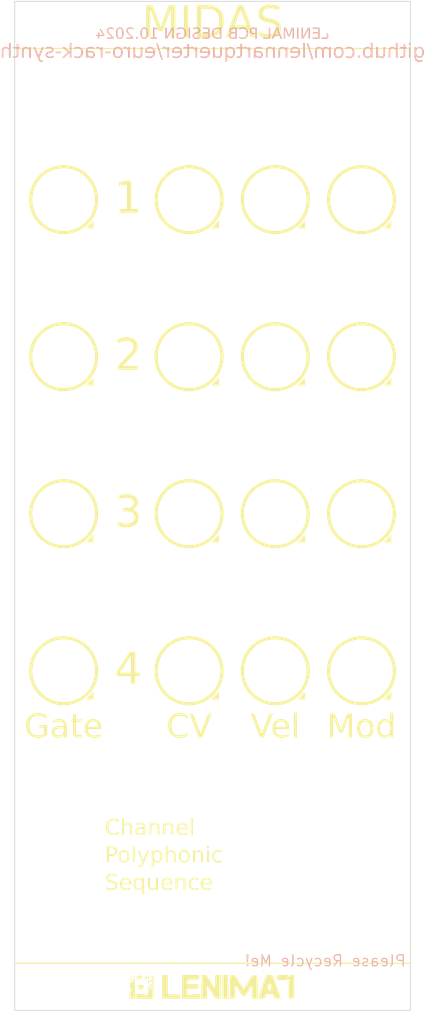
<source format=kicad_pcb>
(kicad_pcb (version 20240108) (generator "pcbnew") (generator_version "8.0")
  (layers (0 "F.Cu" signal) (31 "B.Cu" signal) (34 "B.Paste" user) (35 "F.Paste" user) (36 "B.SilkS" user "B.Silkscreen") (37 "F.SilkS" user "F.Silkscreen") (38 "B.Mask" user) (39 "F.Mask" user) (44 "Edge.Cuts" user))
  (net 0 "")
  (footprint "synth-gfx:jack-output" (layer "F.Cu") (at 83.25 95.25)
    (property "Reference" "REF**" (hide yes))
    (property "Value" "jack-output")
    (fp_circle (center 0 0) (end 4.2 0) (stroke (width 0.4)) (fill none) (layer "F.SilkS"))
    (fp_poly (pts (xy 3.740001 3.600001) (xy 3 3.6) (xy 3.74 2.81)) (stroke (width 0.15)) (fill solid) (layer "F.SilkS"))
    (pad "" np_thru_hole circle (at 0 0) (size 6.2 6.2) (drill 6.2) (layers "*.Cu" "*.Mask"))
  )
  (footprint "synth-gfx:jack-output" (layer "F.Cu") (at 83.25 115.25)
    (property "Reference" "REF**" (hide yes))
    (property "Value" "jack-output")
    (fp_circle (center 0 0) (end 4.2 0) (stroke (width 0.4)) (fill none) (layer "F.SilkS"))
    (fp_poly (pts (xy 3.740001 3.600001) (xy 3 3.6) (xy 3.74 2.81)) (stroke (width 0.15)) (fill solid) (layer "F.SilkS"))
    (pad "" np_thru_hole circle (at 0 0) (size 6.2 6.2) (drill 6.2) (layers "*.Cu" "*.Mask"))
  )
  (footprint "synth-gfx:jack-output" (layer "F.Cu") (at 56.25 95.25)
    (property "Reference" "REF**" (hide yes))
    (property "Value" "jack-output")
    (fp_circle (center 0 0) (end 4.2 0) (stroke (width 0.4)) (fill none) (layer "F.SilkS"))
    (fp_poly (pts (xy 3.740001 3.600001) (xy 3 3.6) (xy 3.74 2.81)) (stroke (width 0.15)) (fill solid) (layer "F.SilkS"))
    (pad "" np_thru_hole circle (at 0 0) (size 6.2 6.2) (drill 6.2) (layers "*.Cu" "*.Mask"))
  )
  (footprint "synth-gfx:jack-output" (layer "F.Cu") (at 72.25 115.25)
    (property "Reference" "REF**" (hide yes))
    (property "Value" "jack-output")
    (fp_circle (center 0 0) (end 4.2 0) (stroke (width 0.4)) (fill none) (layer "F.SilkS"))
    (fp_poly (pts (xy 3.740001 3.600001) (xy 3 3.6) (xy 3.74 2.81)) (stroke (width 0.15)) (fill solid) (layer "F.SilkS"))
    (pad "" np_thru_hole circle (at 0 0) (size 6.2 6.2) (drill 6.2) (layers "*.Cu" "*.Mask"))
  )
  (footprint "synth-gfx:mount" (layer "F.Cu") (at 57.5 175.5)
    (property "Reference" "REF**" (hide yes))
    (property "Value" "mount")
    (pad "" np_thru_hole oval (at 0 0) (size 7 3.2) (drill oval 7 3.2) (layers "*.Cu" "*.Mask"))
  )
  (footprint "synth-gfx:jack-output" (layer "F.Cu") (at 83.25 75.25)
    (property "Reference" "REF**" (hide yes))
    (property "Value" "jack-output")
    (fp_circle (center 0 0) (end 4.2 0) (stroke (width 0.4)) (fill none) (layer "F.SilkS"))
    (fp_poly (pts (xy 3.740001 3.600001) (xy 3 3.6) (xy 3.74 2.81)) (stroke (width 0.15)) (fill solid) (layer "F.SilkS"))
    (pad "" np_thru_hole circle (at 0 0) (size 6.2 6.2) (drill 6.2) (layers "*.Cu" "*.Mask"))
  )
  (footprint "synth-gfx:jack-output" (layer "F.Cu") (at 94.25 135.25)
    (property "Reference" "REF**" (hide yes))
    (property "Value" "jack-output")
    (fp_circle (center 0 0) (end 4.2 0) (stroke (width 0.4)) (fill none) (layer "F.SilkS"))
    (fp_poly (pts (xy 3.740001 3.600001) (xy 3 3.6) (xy 3.74 2.81)) (stroke (width 0.15)) (fill solid) (layer "F.SilkS"))
    (pad "" np_thru_hole circle (at 0 0) (size 6.2 6.2) (drill 6.2) (layers "*.Cu" "*.Mask"))
  )
  (footprint "synth-gfx:sw-spdt" (layer "F.Cu") (at 56.25 159)
    (property "Reference" "REF**" (hide yes))
    (property "Value" "sw-spdt")
    (pad "" np_thru_hole circle (at 0 0) (size 6.5 6.5) (drill 6.5) (layers "*.Cu" "*.Mask"))
  )
  (footprint "synth-gfx:jack-output" (layer "F.Cu") (at 94.25 115.25)
    (property "Reference" "REF**" (hide yes))
    (property "Value" "jack-output")
    (fp_circle (center 0 0) (end 4.2 0) (stroke (width 0.4)) (fill none) (layer "F.SilkS"))
    (fp_poly (pts (xy 3.740001 3.600001) (xy 3 3.6) (xy 3.74 2.81)) (stroke (width 0.15)) (fill solid) (layer "F.SilkS"))
    (pad "" np_thru_hole circle (at 0 0) (size 6.2 6.2) (drill 6.2) (layers "*.Cu" "*.Mask"))
  )
  (footprint "synth-gfx:mount" (layer "F.Cu") (at 93 175.5)
    (property "Reference" "REF**" (hide yes))
    (property "Value" "mount")
    (pad "" np_thru_hole oval (at 0 0) (size 7 3.2) (drill oval 7 3.2) (layers "*.Cu" "*.Mask"))
  )
  (footprint "synth-gfx:jack-output" (layer "F.Cu") (at 72.25 75.25)
    (property "Reference" "REF**" (hide yes))
    (property "Value" "jack-output")
    (fp_circle (center 0 0) (end 4.2 0) (stroke (width 0.4)) (fill none) (layer "F.SilkS"))
    (fp_poly (pts (xy 3.740001 3.600001) (xy 3 3.6) (xy 3.74 2.81)) (stroke (width 0.15)) (fill solid) (layer "F.SilkS"))
    (pad "" np_thru_hole circle (at 0 0) (size 6.2 6.2) (drill 6.2) (layers "*.Cu" "*.Mask"))
  )
  (footprint "synth-gfx:mount" (layer "F.Cu") (at 57.5 53)
    (property "Reference" "REF**" (hide yes))
    (property "Value" "mount")
    (pad "" np_thru_hole oval (at 0 0) (size 7 3.2) (drill oval 7 3.2) (layers "*.Cu" "*.Mask"))
  )
  (footprint "synth-gfx:jack-output" (layer "F.Cu") (at 94.25 95.25)
    (property "Reference" "REF**" (hide yes))
    (property "Value" "jack-output")
    (fp_circle (center 0 0) (end 4.2 0) (stroke (width 0.4)) (fill none) (layer "F.SilkS"))
    (fp_poly (pts (xy 3.740001 3.600001) (xy 3 3.6) (xy 3.74 2.81)) (stroke (width 0.15)) (fill solid) (layer "F.SilkS"))
    (pad "" np_thru_hole circle (at 0 0) (size 6.2 6.2) (drill 6.2) (layers "*.Cu" "*.Mask"))
  )
  (footprint "Synth:lenimal_logo_full" (layer "F.Cu") (at 75.25 175.5)
    (property "Reference" "G***" (hide yes))
    (property "Value" "LOGO" (hide yes))
    (fp_poly (pts (xy -8.636 -1.397) (xy -8.678333 -1.354667) (xy -8.720666 -1.397) (xy -8.678333 -1.439334)) (fill solid) (layer "F.SilkS"))
    (fp_poly (pts (xy -8.748889 -1.157112) (xy -8.760511 -1.106777) (xy -8.805333 -1.100667) (xy -8.875023 -1.131645) (xy -8.861778 -1.157112) (xy -8.761298 -1.167245)) (fill solid) (layer "F.SilkS"))
    (fp_poly (pts (xy -10.517552 -1.143) (xy -10.396178 -1.010911) (xy -10.377737 -0.994834) (xy -10.377001 -0.942025) (xy -10.442222 -0.931334) (xy -10.561153 -1.000279) (xy -10.582037 -1.0795) (xy -10.554882 -1.166111)) (fill solid) (layer "F.SilkS"))
    (fp_poly (pts (xy -10.343661 -1.393616) (xy -10.329333 -1.354667) (xy -10.39791 -1.279553) (xy -10.456333 -1.27) (xy -10.569005 -1.315718) (xy -10.583333 -1.354667) (xy -10.514757 -1.429782) (xy -10.456333 -1.439334)) (fill solid) (layer "F.SilkS"))
    (fp_poly (pts (xy -9.942124 -1.370556) (xy -9.934222 -1.312334) (xy -9.944052 -1.197278) (xy -9.997768 -1.221102) (xy -10.018889 -1.241778) (xy -10.073349 -1.357396) (xy -10.028887 -1.435592) (xy -10.004778 -1.439334)) (fill solid) (layer "F.SilkS"))
    (fp_poly (pts (xy 1.629834 -1.507702) (xy 1.989667 -1.481667) (xy 2.012787 0.021166) (xy 2.035907 1.524) (xy 1.652954 1.524) (xy 1.27 1.524) (xy 1.27 -0.004869) (xy 1.27 -1.533737)) (fill solid) (layer "F.SilkS"))
    (fp_poly (pts (xy -8.146247 -1.366046) (xy -8.110535 -1.189362) (xy -8.10994 -1.185334) (xy -8.103884 -1.008262) (xy -8.140759 -0.931429) (xy -8.142663 -0.931334) (xy -8.191831 -1.004965) (xy -8.212662 -1.182353) (xy -8.212666 -1.185334) (xy -8.203167 -1.363836) (xy -8.180288 -1.43932) (xy -8.179943 -1.439334)) (fill solid) (layer "F.SilkS"))
    (fp_poly (pts (xy -8.387902 -1.3509) (xy -8.382 -1.191381) (xy -8.392754 -1.028806) (xy -8.456481 -0.956341) (xy -8.620375 -0.941747) (xy -8.741833 -0.945567) (xy -9.101666 -0.959799) (xy -8.767847 -0.993984) (xy -8.562786 -1.030253) (xy -8.525469 -1.080156) (xy -8.548745 -1.099067) (xy -8.614684 -1.175557) (xy -8.549899 -1.282743) (xy -8.522731 -1.310698) (xy -8.425439 -1.392982)) (fill solid) (layer "F.SilkS"))
    (fp_poly (pts (xy -8.927164 -0.245029) (xy -8.8308 -0.189638) (xy -8.80609 -0.045108) (xy -8.805333 0.042333) (xy -8.815586 0.232065) (xy -8.878891 0.316382) (xy -9.044067 0.338004) (xy -9.144 0.338666) (xy -9.360836 0.329695) (xy -9.457199 0.274303) (xy -9.481909 0.129774) (xy -9.482666 0.042333) (xy -9.472414 -0.147399) (xy -9.409109 -0.231717) (xy -9.243932 -0.253338) (xy -9.144 -0.254)) (fill solid) (layer "F.SilkS"))
    (fp_poly (pts (xy -6.074833 -1.507702) (xy -5.715 -1.481667) (xy -5.715 -0.197583) (xy -5.711634 0.316992) (xy -5.700685 0.678081) (xy -5.680873 0.901416) (xy -5.650919 1.002727) (xy -5.617193 1.005211) (xy -5.490456 0.969597) (xy -5.243405 0.948876) (xy -4.924686 0.946649) (xy -4.855193 0.948794) (xy -4.191 0.973666) (xy -4.164469 1.248833) (xy -4.137938 1.524) (xy -5.286302 1.524) (xy -6.434666 1.524) (xy -6.434666 -0.004869) (xy -6.434666 -1.533737)) (fill solid) (layer "F.SilkS"))
    (fp_poly (pts (xy -8.960444 -1.398574) (xy -8.93838 -1.326837) (xy -8.950224 -1.269659) (xy -9.035315 -1.132245) (xy -9.111541 -1.100667) (xy -9.217724 -1.05163) (xy -9.228666 -1.016) (xy -9.302239 -0.956553) (xy -9.479506 -0.93134) (xy -9.482666 -0.931334) (xy -9.661057 -0.952471) (xy -9.736649 -1.003394) (xy -9.736666 -1.00426) (xy -9.665107 -1.045297) (xy -9.503833 -1.039964) (xy -9.358485 -1.02877) (xy -9.366992 -1.069229) (xy -9.386413 -1.08379) (xy -9.459463 -1.160892) (xy -9.386413 -1.217925) (xy -9.371676 -1.242224) (xy -9.493933 -1.228422) (xy -9.503833 -1.226561) (xy -9.68811 -1.223035) (xy -9.736666 -1.292309) (xy -9.715925 -1.312334) (xy -9.652 -1.312334) (xy -9.609666 -1.27) (xy -9.567333 -1.312334) (xy -9.609666 -1.354667) (xy -9.652 -1.312334) (xy -9.715925 -1.312334) (xy -9.654264 -1.371865) (xy -9.408682 -1.415387) (xy -9.321349 -1.42058) (xy -9.075483 -1.424691)) (fill solid) (layer "F.SilkS"))
    (fp_poly (pts (xy -1.709423 -1.217942) (xy -1.735666 -0.913042) (xy -2.455333 -0.901021) (xy -3.175 -0.889) (xy -3.201531 -0.613834) (xy -3.228062 -0.338667) (xy -2.503031 -0.338667) (xy -1.778 -0.338667) (xy -1.778 -0.042334) (xy -1.778 0.254) (xy -2.497666 0.254) (xy -3.217333 0.254) (xy -3.217333 0.630003) (xy -3.195243 0.891982) (xy -3.137844 1.047992) (xy -3.058441 1.073582) (xy -3.00652 1.017381) (xy -2.902281 0.976971) (xy -2.673328 0.946745) (xy -2.36421 0.931987) (xy -2.281003 0.931333) (xy -1.608666 0.931333) (xy -1.608666 1.227763) (xy -1.608666 1.524193) (xy -2.753613 1.518486) (xy -3.89856 1.512779) (xy -3.890622 0.002338) (xy -3.890387 -0.042334) (xy -3.217333 -0.042334) (xy -3.175 0) (xy -3.132666 -0.042334) (xy -3.175 -0.084667) (xy -3.217333 -0.042334) (xy -3.890387 -0.042334) (xy -3.882684 -1.508103) (xy -2.782932 -1.515473) (xy -1.68318 -1.522842)) (fill solid) (layer "F.SilkS"))
    (fp_poly (pts (xy -0.841781 -1.491561) (xy -0.741077 -1.414927) (xy -0.621851 -1.260065) (xy -0.459461 -1.002627) (xy -0.291232 -0.722081) (xy -0.090142 -0.391665) (xy 0.084058 -0.117528) (xy 0.210816 0.068731) (xy 0.265803 0.134294) (xy 0.296306 0.075374) (xy 0.320533 -0.119428) (xy 0.335428 -0.416691) (xy 0.338667 -0.662356) (xy 0.338667 -1.504039) (xy 0.677334 -1.508713) (xy 1.016 -1.513387) (xy 1.016 0.005306) (xy 1.016 1.524) (xy 0.681224 1.524) (xy 0.532735 1.519361) (xy 0.418604 1.488614) (xy 0.31329 1.406517) (xy 0.191251 1.247824) (xy 0.026946 0.987291) (xy -0.134913 0.717368) (xy -0.334726 0.388532) (xy -0.50676 0.116506) (xy -0.630673 -0.067231) (xy -0.682646 -0.130284) (xy -0.706063 -0.069692) (xy -0.716582 0.126382) (xy -0.713378 0.424518) (xy -0.702513 0.676347) (xy -0.656005 1.524) (xy -1.05224 1.524) (xy -1.448474 1.524) (xy -1.422737 0.021166) (xy -1.397 -1.481667) (xy -1.086201 -1.507545) (xy -0.948608 -1.514318)) (fill solid) (layer "F.SilkS"))
    (fp_poly (pts (xy 10.424584 -0.211667) (xy 10.428248 0.250571) (xy 10.431362 0.658477) (xy 10.433686 0.979429) (xy 10.43498 1.180804) (xy 10.435167 1.227666) (xy 10.418472 1.414225) (xy 10.337452 1.500079) (xy 10.145701 1.523444) (xy 10.075334 1.524) (xy 9.736667 1.524) (xy 9.726845 0.1905) (xy 9.721395 -0.250275) (xy 9.712634 -0.612468) (xy 9.701524 -0.871309) (xy 9.689025 -1.002025) (xy 9.680437 -1.005909) (xy 9.628551 -0.934194) (xy 9.497897 -0.889348) (xy 9.255958 -0.864446) (xy 8.969095 -0.854414) (xy 8.630855 -0.850672) (xy 8.423297 -0.863381) (xy 8.307923 -0.901775) (xy 8.246238 -0.975092) (xy 8.221175 -1.033839) (xy 8.172346 -1.248512) (xy 8.228564 -1.393435) (xy 8.407074 -1.479783) (xy 8.725121 -1.518728) (xy 8.977646 -1.524) (xy 9.313318 -1.521058) (xy 9.514531 -1.505731) (xy 9.616138 -1.468271) (xy 9.652991 -1.398929) (xy 9.658684 -1.3335) (xy 9.676498 -1.221406) (xy 9.713713 -1.27) (xy 9.842494 -1.444882) (xy 10.075488 -1.517786) (xy 10.181167 -1.522704) (xy 10.414 -1.524)) (fill solid) (layer "F.SilkS"))
    (fp_poly (pts (xy -9.931296 -1.020801) (xy -9.920054 -0.800395) (xy -9.911605 -0.468241) (xy -9.906792 -0.053129) (xy -9.906 0.211666) (xy -9.906 1.524) (xy -10.244666 1.524) (xy -10.583333 1.524) (xy -10.583333 1.021705) (xy -10.575294 0.733461) (xy -10.542126 0.570612) (xy -10.470253 0.489614) (xy -10.409542 0.464251) (xy -10.291571 0.401684) (xy -10.322634 0.305353) (xy -10.342055 0.281004) (xy -10.433702 0.200846) (xy -10.494797 0.272533) (xy -10.509895 0.309291) (xy -10.541204 0.31756) (xy -10.562712 0.180682) (xy -10.570703 -0.077266) (xy -10.570698 -0.084667) (xy -10.564775 -0.34641) (xy -10.549929 -0.50795) (xy -10.529345 -0.535111) (xy -10.528846 -0.533923) (xy -10.428699 -0.471143) (xy -10.359097 -0.482206) (xy -10.282554 -0.542979) (xy -10.329849 -0.592986) (xy -10.3559 -0.682372) (xy -10.329006 -0.719667) (xy -10.16 -0.719667) (xy -10.114282 -0.606995) (xy -10.075333 -0.592667) (xy -10.000219 -0.661244) (xy -9.990666 -0.719667) (xy -10.036384 -0.832339) (xy -10.075333 -0.846667) (xy -10.150448 -0.778091) (xy -10.16 -0.719667) (xy -10.329006 -0.719667) (xy -10.241123 -0.84154) (xy -10.2061 -0.877537) (xy -10.051773 -1.022567) (xy -9.953615 -1.097745) (xy -9.944485 -1.100667)) (fill solid) (layer "F.SilkS"))
    (fp_poly (pts (xy 7.478267 -1.505093) (xy 7.638341 -1.457574) (xy 7.665454 -1.434285) (xy 7.711113 -1.327112) (xy 7.801335 -1.089159) (xy 7.925369 -0.749692) (xy 8.072467 -0.337978) (xy 8.17082 -0.058452) (xy 8.327757 0.388924) (xy 8.468488 0.787797) (xy 8.582035 1.107223) (xy 8.657416 1.316262) (xy 8.679761 1.375833) (xy 8.693928 1.463361) (xy 8.622745 1.507803) (xy 8.431548 1.523004) (xy 8.308813 1.524) (xy 8.053212 1.517165) (xy 7.915984 1.478021) (xy 7.846227 1.378607) (xy 7.807864 1.248833) (xy 7.753373 1.087051) (xy 7.664439 0.998356) (xy 7.491506 0.952146) (xy 7.288513 0.928141) (xy 7.047717 0.905246) (xy 6.901944 0.919176) (xy 6.809451 1.001793) (xy 6.728491 1.184957) (xy 6.646479 1.418166) (xy 6.542781 1.488009) (xy 6.326583 1.522649) (xy 6.267991 1.524) (xy 6.045028 1.509827) (xy 5.946094 1.452962) (xy 5.926667 1.356982) (xy 5.953973 1.210489) (xy 6.029309 0.935755) (xy 6.142803 0.563666) (xy 6.236146 0.274934) (xy 7.0429 0.274934) (xy 7.094773 0.329667) (xy 7.226627 0.338839) (xy 7.290392 0.338666) (xy 7.468273 0.322031) (xy 7.513795 0.255251) (xy 7.496129 0.1905) (xy 7.435666 -0.005564) (xy 7.391469 -0.192262) (xy 7.327663 -0.404677) (xy 7.256771 -0.448186) (xy 7.179818 -0.323023) (xy 7.121787 -0.13079) (xy 7.056681 0.134746) (xy 7.0429 0.274934) (xy 6.236146 0.274934) (xy 6.284584 0.125105) (xy 6.444781 -0.349042) (xy 6.61352 -0.827889) (xy 6.705439 -1.0795) (xy 6.804582 -1.332011) (xy 6.891859 -1.464406) (xy 7.013923 -1.515472) (xy 7.217426 -1.523995) (xy 7.240087 -1.524)) (fill solid) (layer "F.SilkS"))
    (fp_poly (pts (xy 2.610384 -1.507287) (xy 2.744267 -1.487763) (xy 2.85523 -1.438203) (xy 2.96654 -1.333196) (xy 3.101462 -1.147333) (xy 3.283263 -0.855204) (xy 3.424845 -0.617809) (xy 3.627987 -0.281248) (xy 3.801412 -0.005284) (xy 3.926599 0.181378) (xy 3.984819 0.250025) (xy 4.051311 0.185628) (xy 4.154541 0.021562) (xy 4.177669 -0.021167) (xy 4.292534 -0.227075) (xy 4.463118 -0.518942) (xy 4.655581 -0.839015) (xy 4.686153 -0.889) (xy 4.874858 -1.185912) (xy 5.014671 -1.365942) (xy 5.138987 -1.460208) (xy 5.281198 -1.499824) (xy 5.349668 -1.507261) (xy 5.553683 -1.50976) (xy 5.651485 -1.442096) (xy 5.703531 -1.263844) (xy 5.72276 -1.08409) (xy 5.73895 -0.773374) (xy 5.750752 -0.370062) (xy 5.756815 0.087483) (xy 5.757334 0.264583) (xy 5.757334 1.524) (xy 5.379399 1.524) (xy 5.001465 1.524) (xy 4.977233 0.6985) (xy 4.953 -0.127) (xy 4.542787 0.5715) (xy 4.322285 0.921614) (xy 4.140557 1.15923) (xy 4.012145 1.265918) (xy 3.991554 1.27) (xy 3.877543 1.197174) (xy 3.706694 0.992474) (xy 3.49569 0.676563) (xy 3.444624 0.592666) (xy 3.259725 0.297611) (xy 3.100211 0.067598) (xy 2.989337 -0.064981) (xy 2.958322 -0.084667) (xy 2.923279 -0.005519) (xy 2.900117 0.210353) (xy 2.89153 0.530588) (xy 2.893108 0.6985) (xy 2.908285 1.481666) (xy 2.554809 1.507701) (xy 2.201334 1.533736) (xy 2.20249 0.195368) (xy 2.204474 -0.387836) (xy 2.209119 -0.635) (xy 2.624667 -0.635) (xy 2.667 -0.592667) (xy 2.709334 -0.635) (xy 2.667 -0.677334) (xy 2.624667 -0.635) (xy 2.209119 -0.635) (xy 2.212648 -0.822813) (xy 2.232069 -1.130664) (xy 2.267791 -1.332493) (xy 2.324869 -1.449401) (xy 2.408359 -1.50249) (xy 2.523316 -1.512863)) (fill solid) (layer "F.SilkS"))
    (fp_poly (pts (xy -7.535333 0.042333) (xy -7.535333 1.524) (xy -8.678333 1.524) (xy -9.821333 1.524) (xy -9.821333 1.382888) (xy -8.353778 1.382888) (xy -8.342155 1.433223) (xy -8.297333 1.439333) (xy -8.227643 1.408355) (xy -8.240889 1.382888) (xy -8.341368 1.372755) (xy -8.353778 1.382888) (xy -9.821333 1.382888) (xy -9.821333 1.227666) (xy -9.821333 1.213555) (xy -8.353778 1.213555) (xy -8.342155 1.263889) (xy -8.297333 1.27) (xy -8.227643 1.239021) (xy -8.240889 1.213555) (xy -8.341368 1.203422) (xy -8.353778 1.213555) (xy -9.821333 1.213555) (xy -9.821333 0.931333) (xy -9.148997 0.931333) (xy -8.826987 0.941477) (xy -8.574184 0.968389) (xy -8.435139 1.006783) (xy -8.42348 1.017381) (xy -8.338337 1.084639) (xy -8.270529 0.993084) (xy -8.223411 0.752657) (xy -8.211104 0.550333) (xy -8.043333 0.550333) (xy -8.001 0.592666) (xy -7.958666 0.550333) (xy -8.001 0.508) (xy -8.043333 0.550333) (xy -8.211104 0.550333) (xy -8.200336 0.373299) (xy -8.19995 0.354836) (xy -8.192208 0.043665) (xy -8.182125 -0.110769) (xy -8.166347 -0.121061) (xy -8.14152 0.000195) (xy -8.128 0.084666) (xy -8.068766 0.465666) (xy -7.704666 0.465666) (xy -7.662333 0.508) (xy -7.62 0.465666) (xy -7.662333 0.423333) (xy -7.704666 0.465666) (xy -8.068766 0.465666) (xy -8.045466 0.105833) (xy -8.025846 -0.175942) (xy -8.00795 -0.334551) (xy -7.983556 -0.415871) (xy -7.944439 -0.465779) (xy -7.942697 -0.467525) (xy -7.91881 -0.425013) (xy -7.917403 -0.25469) (xy -7.932181 -0.062826) (xy -7.945292 0.202777) (xy -7.927886 0.391941) (xy -7.89997 0.449616) (xy -7.853966 0.414211) (xy -7.853293 0.250869) (xy -7.856077 0.228361) (xy -7.874697 0.051416) (xy -7.849549 0.022635) (xy -7.762134 0.122748) (xy -7.758783 0.127) (xy -7.661075 0.235858) (xy -7.626442 0.210912) (xy -7.622693 0.152373) (xy -7.686943 -0.007453) (xy -7.759406 -0.069602) (xy -7.849598 -0.138825) (xy -7.835263 -0.230025) (xy -7.759406 -0.346648) (xy -7.657991 -0.510566) (xy -7.62 -0.606279) (xy -7.68617 -0.65631) (xy -7.838908 -0.651571) (xy -8.009557 -0.604959) (xy -8.129459 -0.529371) (xy -8.143216 -0.508) (xy -8.18651 -0.471002) (xy -8.206233 -0.599572) (xy -8.206716 -0.61549) (xy -8.190712 -0.780967) (xy -8.099405 -0.823949) (xy -8.00098 -0.811593) (xy -7.798052 -0.83066) (xy -7.704647 -0.931371) (xy -7.625952 -1.157717) (xy -7.657619 -1.308663) (xy -7.768166 -1.353371) (xy -7.866769 -1.338966) (xy -7.810091 -1.277159) (xy -7.789333 -1.262258) (xy -7.710963 -1.197151) (xy -7.775542 -1.203076) (xy -7.784041 -1.205346) (xy -7.923359 -1.289431) (xy -7.91759 -1.386774) (xy -7.774232 -1.438864) (xy -7.754055 -1.439334) (xy -7.535333 -1.439334)) (fill solid) (layer "F.SilkS"))
  )
  (footprint "synth-gfx:led_3mm" (layer "F.Cu") (at 56.21 126.25)
    (property "Reference" "REF**" (hide yes))
    (property "Value" "led_3mm")
    (pad "" np_thru_hole circle (at 0 0) (size 3.2 3.2) (drill 3.2) (layers "*.Cu" "*.Mask"))
  )
  (footprint "synth-gfx:jack-output" (layer "F.Cu") (at 56.25 115.25)
    (property "Reference" "REF**" (hide yes))
    (property "Value" "jack-output")
    (fp_circle (center 0 0) (end 4.2 0) (stroke (width 0.4)) (fill none) (layer "F.SilkS"))
    (fp_poly (pts (xy 3.740001 3.600001) (xy 3 3.6) (xy 3.74 2.81)) (stroke (width 0.15)) (fill solid) (layer "F.SilkS"))
    (pad "" np_thru_hole circle (at 0 0) (size 6.2 6.2) (drill 6.2) (layers "*.Cu" "*.Mask"))
  )
  (footprint "synth-gfx:led_3mm" (layer "F.Cu") (at 56.25 106.25)
    (property "Reference" "REF**" (hide yes))
    (property "Value" "led_3mm")
    (pad "" np_thru_hole circle (at 0 0) (size 3.2 3.2) (drill 3.2) (layers "*.Cu" "*.Mask"))
  )
  (footprint "synth-gfx:led_3mm" (layer "F.Cu") (at 56.25 86.25)
    (property "Reference" "REF**" (hide yes))
    (property "Value" "led_3mm")
    (pad "" np_thru_hole circle (at 0 0) (size 3.2 3.2) (drill 3.2) (layers "*.Cu" "*.Mask"))
  )
  (footprint "synth-gfx:jack-output" (layer "F.Cu") (at 72.25 135.25)
    (property "Reference" "REF**" (hide yes))
    (property "Value" "jack-output")
    (fp_circle (center 0 0) (end 4.2 0) (stroke (width 0.4)) (fill none) (layer "F.SilkS"))
    (fp_poly (pts (xy 3.740001 3.600001) (xy 3 3.6) (xy 3.74 2.81)) (stroke (width 0.15)) (fill solid) (layer "F.SilkS"))
    (pad "" np_thru_hole circle (at 0 0) (size 6.2 6.2) (drill 6.2) (layers "*.Cu" "*.Mask"))
  )
  (footprint "synth-gfx:jack-output" (layer "F.Cu") (at 56.25 75.25)
    (property "Reference" "REF**" (hide yes))
    (property "Value" "jack-output")
    (fp_circle (center 0 0) (end 4.2 0) (stroke (width 0.4)) (fill none) (layer "F.SilkS"))
    (fp_poly (pts (xy 3.740001 3.600001) (xy 3 3.6) (xy 3.74 2.81)) (stroke (width 0.15)) (fill solid) (layer "F.SilkS"))
    (pad "" np_thru_hole circle (at 0 0) (size 6.2 6.2) (drill 6.2) (layers "*.Cu" "*.Mask"))
  )
  (footprint "synth-gfx:jack-output" (layer "F.Cu") (at 83.25 135.25)
    (property "Reference" "REF**" (hide yes))
    (property "Value" "jack-output")
    (fp_circle (center 0 0) (end 4.2 0) (stroke (width 0.4)) (fill none) (layer "F.SilkS"))
    (fp_poly (pts (xy 3.740001 3.600001) (xy 3 3.6) (xy 3.74 2.81)) (stroke (width 0.15)) (fill solid) (layer "F.SilkS"))
    (pad "" np_thru_hole circle (at 0 0) (size 6.2 6.2) (drill 6.2) (layers "*.Cu" "*.Mask"))
  )
  (footprint "synth-gfx:midi-din-6" (layer "F.Cu") (at 91.75 160.25)
    (property "Reference" "REF**" (hide yes))
    (property "Value" "midi-din-6")
    (pad "" np_thru_hole circle (at 0 0) (size 16.2 16.2) (drill 16.2) (layers "*.Cu" "*.Mask"))
  )
  (footprint "synth-gfx:jack-output" (layer "F.Cu") (at 72.25 95.25)
    (property "Reference" "REF**" (hide yes))
    (property "Value" "jack-output")
    (fp_circle (center 0 0) (end 4.2 0) (stroke (width 0.4)) (fill none) (layer "F.SilkS"))
    (fp_poly (pts (xy 3.740001 3.600001) (xy 3 3.6) (xy 3.74 2.81)) (stroke (width 0.15)) (fill solid) (layer "F.SilkS"))
    (pad "" np_thru_hole circle (at 0 0) (size 6.2 6.2) (drill 6.2) (layers "*.Cu" "*.Mask"))
  )
  (footprint "synth-gfx:led_3mm" (layer "F.Cu") (at 56.25 66.25)
    (property "Reference" "REF**" (hide yes))
    (property "Value" "led_3mm")
    (pad "" np_thru_hole circle (at 0 0) (size 3.2 3.2) (drill 3.2) (layers "*.Cu" "*.Mask"))
  )
  (footprint "synth-gfx:jack-output" (layer "F.Cu") (at 56.25 135.25)
    (property "Reference" "REF**" (hide yes))
    (property "Value" "jack-output")
    (fp_circle (center 0 0) (end 4.2 0) (stroke (width 0.4)) (fill none) (layer "F.SilkS"))
    (fp_poly (pts (xy 3.740001 3.600001) (xy 3 3.6) (xy 3.74 2.81)) (stroke (width 0.15)) (fill solid) (layer "F.SilkS"))
    (pad "" np_thru_hole circle (at 0 0) (size 6.2 6.2) (drill 6.2) (layers "*.Cu" "*.Mask"))
  )
  (footprint "synth-gfx:mount" (layer "F.Cu") (at 93 53)
    (property "Reference" "REF**" (hide yes))
    (property "Value" "mount")
    (pad "" np_thru_hole oval (at 0 0) (size 7 3.2) (drill oval 7 3.2) (layers "*.Cu" "*.Mask"))
  )
  (footprint "synth-gfx:jack-output" (layer "F.Cu") (at 94.25 75.25)
    (property "Reference" "REF**" (hide yes))
    (property "Value" "jack-output")
    (fp_circle (center 0 0) (end 4.2 0) (stroke (width 0.4)) (fill none) (layer "F.SilkS"))
    (fp_poly (pts (xy 3.740001 3.600001) (xy 3 3.6) (xy 3.74 2.81)) (stroke (width 0.15)) (fill solid) (layer "F.SilkS"))
    (pad "" np_thru_hole circle (at 0 0) (size 6.2 6.2) (drill 6.2) (layers "*.Cu" "*.Mask"))
  )
  (gr_line (start 50 56) (end 100.5 56) (stroke (width 0.15)) (layer "F.SilkS"))
  (gr_circle (center 56.25 135.25) (end 59.25 135.25) (stroke (width 0.15)) (fill none) (layer "F.SilkS"))
  (gr_circle (center 72.25 135.25) (end 75.25 135.25) (stroke (width 0.15)) (fill none) (layer "F.SilkS"))
  (gr_line (start 50 172.5) (end 100.5 172.5) (stroke (width 0.15)) (layer "F.SilkS"))
  (gr_rect (start 50 50) (end 100.5 178.5) (stroke (width 0.1)) (fill none) (layer "Edge.Cuts"))
  (gr_text "Please Recycle Me!" (at 100 173 0) (layer "B.SilkS") (effects (font (size 1.4 1.4)) (justify left bottom mirror)))
  (gr_text "github.com/lennartquerter/euro-rack-synth" (at 75.25 57.5 0) (layer "B.SilkS") (effects (font (size 1.8 1.8)) (justify bottom mirror)))
  (gr_text "LENIMAL PCB DESIGN 10.2024" (at 75.25 55 0) (layer "B.SilkS") (effects (font (size 1.4 1.4)) (justify bottom mirror)))
  (gr_text "Channel" (at 61.5 156.5 0) (layer "F.SilkS") (effects (font (size 2 2)) (justify left bottom)))
  (gr_text "4" (at 64.5 135.25 0) (layer "F.SilkS") (effects (font (size 4 4))))
  (gr_text "CV" (at 72.25 142.5 0) (layer "F.SilkS") (effects (font (size 3 3))))
  (gr_text "Vel" (at 83.25 142.5 0) (layer "F.SilkS") (effects (font (size 3 3))))
  (gr_text "Gate" (at 56.25 142.5 0) (layer "F.SilkS") (effects (font (size 3 3))))
  (gr_text "2" (at 64.5 95.25 0) (layer "F.SilkS") (effects (font (size 4 4))))
  (gr_text "Sequence" (at 61.5 163.5 0) (layer "F.SilkS") (effects (font (size 2 2)) (justify left bottom)))
  (gr_text "Polyphonic" (at 61.5 160 0) (layer "F.SilkS") (effects (font (size 2 2)) (justify left bottom)))
  (gr_text "1" (at 64.5 75.25 0) (layer "F.SilkS") (effects (font (size 4 4))))
  (gr_text "MIDAS" (at 75.25 55.25 0) (layer "F.SilkS") (effects (font (size 4 4)) (justify bottom)))
  (gr_text "3" (at 64.5 115.25 0) (layer "F.SilkS") (effects (font (size 4 4))))
  (gr_text "Mod" (at 94.25 142.5 0) (layer "F.SilkS") (effects (font (size 3 3))))
)
</source>
